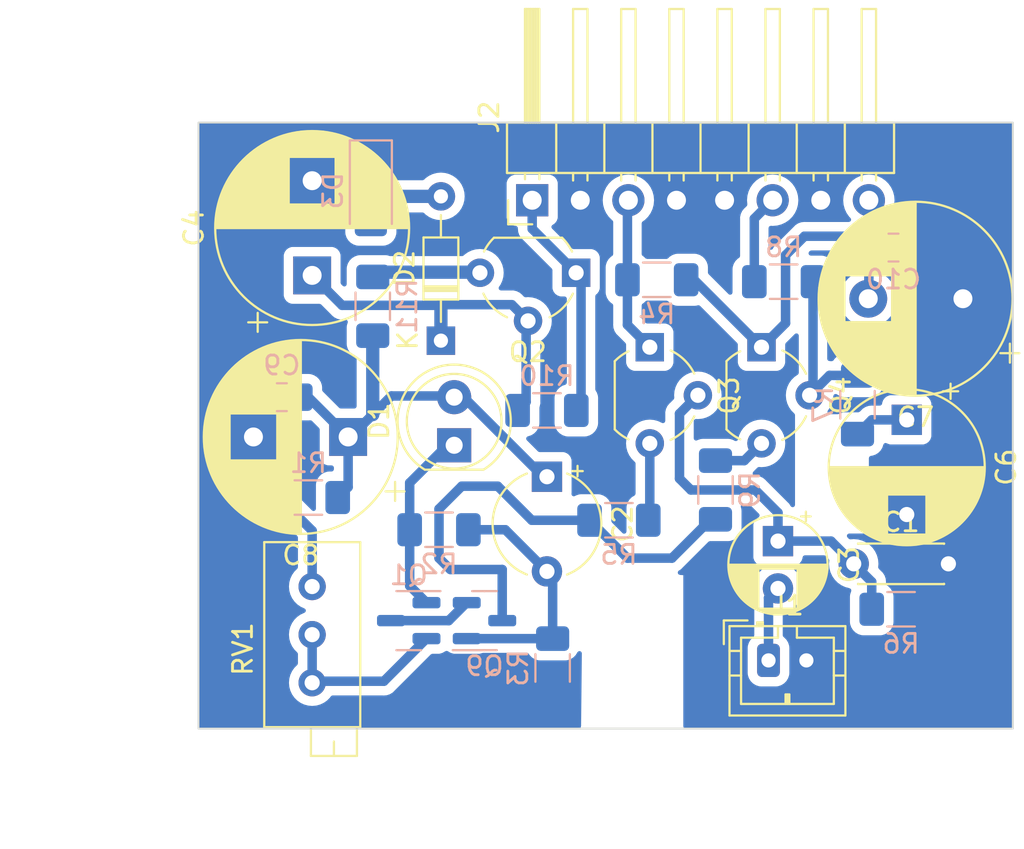
<source format=kicad_pcb>
(kicad_pcb (version 20221018) (generator pcbnew)
  (layers (0 "F.Cu" signal) (31 "B.Cu" signal) (34 "B.Paste" user) (35 "F.Paste" user) (36 "B.SilkS" user "B.Silkscreen") (37 "F.SilkS" user "F.Silkscreen") (38 "B.Mask" user) (39 "F.Mask" user) (44 "Edge.Cuts" user))
  (net 0 "")
  (net 1 "Net-(Q3-B)")
  (net 2 "GND")
  (net 3 "Net-(D1-A)")
  (net 4 "Net-(J1-Pin_1)")
  (net 5 "Net-(J2-Pin_8)")
  (net 6 "Net-(C6-Pad1)")
  (net 7 "Net-(D1-K)")
  (net 8 "Net-(J2-Pin_3)")
  (net 9 "Net-(J2-Pin_6)")
  (net 10 "Net-(Q1-C)")
  (net 11 "Net-(Q1-E)")
  (net 12 "Net-(Q4-B)")
  (net 13 "Net-(Q9-B)")
  (net 14 "Net-(Q2-E)")
  (net 15 "Net-(Q3-E)")
  (net 16 "Net-(D2-K)")
  (net 17 "Net-(J2-Pin_1)")
  (net 18 "Net-(Q4-E)")
  (net 19 "Net-(Q9-C)")
  (net 20 "Net-(R1-Pad2)")
  (net 21 "Net-(D2-A)")
  (footprint "Potentiometer_THT:Potentiometer_Bourns_3296X_Horizontal" (layer "F.Cu") (at 117 93.5 90)
    (fp_text reference "RV1" (at -3.3 -3.66 90) (layer "F.SilkS"))
    (fp_text value "1k")
    (pad "1" thru_hole circle (at 0 0 90) (size 1.44 1.44) (drill 0.8) (layers "*.Cu" "*.Mask") (net 20 "Net-(R1-Pad2)"))
    (pad "2" thru_hole circle (at -2.54 0 90) (size 1.44 1.44) (drill 0.8) (layers "*.Cu" "*.Mask") (net 11 "Net-(Q1-E)"))
    (pad "3" thru_hole circle (at -5.08 0 90) (size 1.44 1.44) (drill 0.8) (layers "*.Cu" "*.Mask") (net 11 "Net-(Q1-E)"))
  )
  (footprint "Connector_PinHeader_2.54mm:PinHeader_1x08_P2.54mm_Horizontal" (layer "F.Cu") (at 128.62 73.1 90)
    (fp_text reference "J2" (at 4.385 -2.27 90) (layer "F.SilkS"))
    (fp_text value "Conn_01x08")
    (pad "1" thru_hole rect (at 0 0 90) (size 1.7 1.7) (drill 1) (layers "*.Cu" "*.Mask") (net 17 "Net-(J2-Pin_1)"))
    (pad "2" thru_hole oval (at 0 2.54 90) (size 1.7 1.7) (drill 1) (layers "*.Cu" "*.Mask") (net 2 "GND"))
    (pad "3" thru_hole oval (at 0 5.08 90) (size 1.7 1.7) (drill 1) (layers "*.Cu" "*.Mask") (net 8 "Net-(J2-Pin_3)"))
    (pad "4" thru_hole oval (at 0 7.62 90) (size 1.7 1.7) (drill 1) (layers "*.Cu" "*.Mask") (net 2 "GND"))
    (pad "5" thru_hole oval (at 0 10.16 90) (size 1.7 1.7) (drill 1) (layers "*.Cu" "*.Mask") (net 2 "GND"))
    (pad "6" thru_hole oval (at 0 12.7 90) (size 1.7 1.7) (drill 1) (layers "*.Cu" "*.Mask") (net 9 "Net-(J2-Pin_6)"))
    (pad "7" thru_hole oval (at 0 15.24 90) (size 1.7 1.7) (drill 1) (layers "*.Cu" "*.Mask") (net 2 "GND"))
    (pad "8" thru_hole oval (at 0 17.78 90) (size 1.7 1.7) (drill 1) (layers "*.Cu" "*.Mask") (net 5 "Net-(J2-Pin_8)"))
  )
  (footprint "Package_TO_SOT_THT:TO-92_Wide" (layer "F.Cu") (at 130.94 76.93 180)
    (fp_text reference "Q2" (at 2.55 -4.19) (layer "F.SilkS"))
    (fp_text value "BC237")
    (pad "1" thru_hole rect (at 0 0 180) (size 1.5 1.5) (drill 0.8) (layers "*.Cu" "*.Mask") (net 17 "Net-(J2-Pin_1)"))
    (pad "2" thru_hole circle (at 2.54 -2.54 180) (size 1.5 1.5) (drill 0.8) (layers "*.Cu" "*.Mask") (net 16 "Net-(D2-K)"))
    (pad "3" thru_hole circle (at 5.08 0 180) (size 1.5 1.5) (drill 0.8) (layers "*.Cu" "*.Mask") (net 14 "Net-(Q2-E)"))
  )
  (footprint "LED_THT:LED_D5.0mm" (layer "F.Cu") (at 124.5 86.04 90)
    (fp_text reference "D1" (at 1.27 -3.96 90) (layer "F.SilkS"))
    (fp_text value "LED_Small")
    (pad "1" thru_hole rect (at 0 0 90) (size 1.8 1.8) (drill 0.9) (layers "*.Cu" "*.Mask") (net 7 "Net-(D1-K)"))
    (pad "2" thru_hole circle (at 2.54 0 90) (size 1.8 1.8) (drill 0.9) (layers "*.Cu" "*.Mask") (net 3 "Net-(D1-A)"))
  )
  (footprint "Capacitor_THT:CP_Radial_D5.0mm_P2.50mm" (layer "F.Cu") (at 141.6 91.1 -90)
    (fp_text reference "C3" (at 1.25 -3.75 90) (layer "F.SilkS"))
    (fp_text value "2u2/16V")
    (pad "1" thru_hole rect (at 0 0 270) (size 1.6 1.6) (drill 0.8) (layers "*.Cu" "*.Mask") (net 1 "Net-(Q3-B)"))
    (pad "2" thru_hole circle (at 2.5 0 270) (size 1.6 1.6) (drill 0.8) (layers "*.Cu" "*.Mask") (net 4 "Net-(J1-Pin_1)"))
  )
  (footprint "Package_TO_SOT_THT:TO-92_Wide" (layer "F.Cu") (at 140.73 80.86 -90)
    (fp_text reference "Q4" (at 2.55 -4.19 90) (layer "F.SilkS"))
    (fp_text value "BC560C")
    (pad "1" thru_hole rect (at 0 0 270) (size 1.5 1.5) (drill 0.8) (layers "*.Cu" "*.Mask") (net 5 "Net-(J2-Pin_8)"))
    (pad "2" thru_hole circle (at 2.54 -2.54 270) (size 1.5 1.5) (drill 0.8) (layers "*.Cu" "*.Mask") (net 12 "Net-(Q4-B)"))
    (pad "3" thru_hole circle (at 5.08 0 270) (size 1.5 1.5) (drill 0.8) (layers "*.Cu" "*.Mask") (net 18 "Net-(Q4-E)"))
  )
  (footprint "Connector_JST:JST_PH_B2B-PH-K_1x02_P2.00mm_Vertical" (layer "F.Cu") (at 141.1 97.4)
    (fp_text reference "J1" (at 1 -2.9) (layer "F.SilkS"))
    (fp_text value "Conn_01x02")
    (pad "1" thru_hole roundrect (at 0 0) (size 1.2 1.75) (drill 0.75) (layers "*.Cu" "*.Mask") (roundrect_rratio 0.208333) (net 4 "Net-(J1-Pin_1)"))
    (pad "2" thru_hole oval (at 2 0) (size 1.2 1.75) (drill 0.75) (layers "*.Cu" "*.Mask") (net 2 "GND"))
  )
  (footprint "Capacitor_THT:CP_Radial_D10.0mm_P5.00mm" (layer "F.Cu") (at 118.9 85.6 180)
    (fp_text reference "C8" (at 2.5 -6.25 180) (layer "F.SilkS"))
    (fp_text value "220u/35V")
    (pad "1" thru_hole rect (at 0 0 180) (size 2 2) (drill 1) (layers "*.Cu" "*.Mask") (net 3 "Net-(D1-A)"))
    (pad "2" thru_hole circle (at 5 0 180) (size 2 2) (drill 1) (layers "*.Cu" "*.Mask") (net 2 "GND"))
  )
  (footprint "Capacitor_THT:CP_Radial_D10.0mm_P5.00mm" (layer "F.Cu") (at 117 77.067677 90)
    (fp_text reference "C4" (at 2.5 -6.25 90) (layer "F.SilkS"))
    (fp_text value "220u/35V")
    (pad "1" thru_hole rect (at 0 0 90) (size 2 2) (drill 1) (layers "*.Cu" "*.Mask") (net 16 "Net-(D2-K)"))
    (pad "2" thru_hole circle (at 5 0 90) (size 2 2) (drill 1) (layers "*.Cu" "*.Mask") (net 2 "GND"))
  )
  (footprint "Package_TO_SOT_THT:TO-92_Wide" (layer "F.Cu") (at 134.83 80.86 -90)
    (fp_text reference "Q3" (at 2.55 -4.19 90) (layer "F.SilkS"))
    (fp_text value "BC560C")
    (pad "1" thru_hole rect (at 0 0 270) (size 1.5 1.5) (drill 0.8) (layers "*.Cu" "*.Mask") (net 8 "Net-(J2-Pin_3)"))
    (pad "2" thru_hole circle (at 2.54 -2.54 270) (size 1.5 1.5) (drill 0.8) (layers "*.Cu" "*.Mask") (net 1 "Net-(Q3-B)"))
    (pad "3" thru_hole circle (at 5.08 0 270) (size 1.5 1.5) (drill 0.8) (layers "*.Cu" "*.Mask") (net 15 "Net-(Q3-E)"))
  )
  (footprint "Diode_THT:D_DO-34_SOD68_P7.62mm_Horizontal" (layer "F.Cu") (at 123.8 80.515 90)
    (fp_text reference "D2" (at 3.81 -1.92 90) (layer "F.SilkS"))
    (fp_text value "24V")
    (fp_text user "K" (at 0 -1.75 90) (layer "F.SilkS"))
    (pad "1" thru_hole rect (at 0 0 90) (size 1.5 1.5) (drill 0.75) (layers "*.Cu" "*.Mask") (net 16 "Net-(D2-K)"))
    (pad "2" thru_hole oval (at 7.62 0 90) (size 1.5 1.5) (drill 0.75) (layers "*.Cu" "*.Mask") (net 21 "Net-(D2-A)"))
  )
  (footprint "Capacitor_THT:CP_Radial_D8.0mm_P5.00mm" (layer "F.Cu") (at 148.4 84.697349 -90)
    (fp_text reference "C6" (at 2.5 -5.25 -90) (layer "F.SilkS"))
    (fp_text value "47u/25V")
    (pad "1" thru_hole rect (at 0 0 270) (size 1.6 1.6) (drill 0.8) (layers "*.Cu" "*.Mask") (net 6 "Net-(C6-Pad1)"))
    (pad "2" thru_hole circle (at 5 0 270) (size 1.6 1.6) (drill 0.8) (layers "*.Cu" "*.Mask") (net 2 "GND"))
  )
  (footprint "Capacitor_THT:CP_Radial_D10.0mm_P5.00mm" (layer "F.Cu") (at 151.367677 78.3 180)
    (fp_text reference "C7" (at 2.5 -6.25 180) (layer "F.SilkS"))
    (fp_text value "220u/35V")
    (pad "1" thru_hole rect (at 0 0 180) (size 2 2) (drill 1) (layers "*.Cu" "*.Mask") (net 2 "GND"))
    (pad "2" thru_hole circle (at 5 0 180) (size 2 2) (drill 1) (layers "*.Cu" "*.Mask") (net 5 "Net-(J2-Pin_8)"))
  )
  (footprint "Capacitor_THT:CP_Radial_Tantal_D5.5mm_P5.00mm" (layer "F.Cu") (at 129.4 87.7 -90)
    (fp_text reference "C2" (at 2.5 -4 90) (layer "F.SilkS"))
    (fp_text value "33u/25V")
    (pad "1" thru_hole rect (at 0 0 270) (size 1.6 1.6) (drill 0.8) (layers "*.Cu" "*.Mask") (net 3 "Net-(D1-A)"))
    (pad "2" thru_hole circle (at 5 0 270) (size 1.6 1.6) (drill 0.8) (layers "*.Cu" "*.Mask") (net 13 "Net-(Q9-B)"))
  )
  (footprint "Capacitor_THT:C_Disc_D4.3mm_W1.9mm_P5.00mm" (layer "F.Cu") (at 145.6 92.3)
    (fp_text reference "C1" (at 2.5 -2.2) (layer "F.SilkS"))
    (fp_text value "330p")
    (pad "1" thru_hole circle (at 0 0) (size 1.6 1.6) (drill 0.8) (layers "*.Cu" "*.Mask") (net 1 "Net-(Q3-B)"))
    (pad "2" thru_hole circle (at 5 0) (size 1.6 1.6) (drill 0.8) (layers "*.Cu" "*.Mask") (net 2 "GND"))
  )
  (footprint "Resistor_SMD:R_1206_3216Metric_Pad1.30x1.75mm_HandSolder" (layer "B.Cu") (at 148.1 94.7)
    (fp_text reference "R6" (at 0 1.82) (layer "B.SilkS") (effects (justify mirror)))
    (fp_text value "68k")
    (pad "1" smd roundrect (at -1.55 0) (size 1.3 1.75) (layers "B.Cu" "B.Paste" "B.Mask") (roundrect_rratio 0.192308) (net 1 "Net-(Q3-B)"))
    (pad "2" smd roundrect (at 1.55 0) (size 1.3 1.75) (layers "B.Cu" "B.Paste" "B.Mask") (roundrect_rratio 0.192308) (net 2 "GND"))
  )
  (footprint "Resistor_SMD:R_1206_3216Metric_Pad1.30x1.75mm_HandSolder" (layer "B.Cu") (at 138.3 88.4 90)
    (fp_text reference "R9" (at 0 1.82 90) (layer "B.SilkS") (effects (justify mirror)))
    (fp_text value "220")
    (pad "1" smd roundrect (at -1.55 0 90) (size 1.3 1.75) (layers "B.Cu" "B.Paste" "B.Mask") (roundrect_rratio 0.192308) (net 19 "Net-(Q9-C)"))
    (pad "2" smd roundrect (at 1.55 0 90) (size 1.3 1.75) (layers "B.Cu" "B.Paste" "B.Mask") (roundrect_rratio 0.192308) (net 18 "Net-(Q4-E)"))
  )
  (footprint "Resistor_SMD:R_1206_3216Metric_Pad1.30x1.75mm_HandSolder" (layer "B.Cu") (at 129.4 84.2 180)
    (fp_text reference "R10" (at 0 1.82) (layer "B.SilkS") (effects (justify mirror)))
    (fp_text value "620")
    (pad "1" smd roundrect (at -1.55 0 180) (size 1.3 1.75) (layers "B.Cu" "B.Paste" "B.Mask") (roundrect_rratio 0.192308) (net 17 "Net-(J2-Pin_1)"))
    (pad "2" smd roundrect (at 1.55 0 180) (size 1.3 1.75) (layers "B.Cu" "B.Paste" "B.Mask") (roundrect_rratio 0.192308) (net 16 "Net-(D2-K)"))
  )
  (footprint "Capacitor_SMD:C_0805_2012Metric_Pad1.18x1.45mm_HandSolder" (layer "B.Cu") (at 147.7 75.6)
    (fp_text reference "C10" (at 0 1.68) (layer "B.SilkS") (effects (justify mirror)))
    (fp_text value "100n")
    (pad "1" smd roundrect (at -1.0375 0) (size 1.175 1.45) (layers "B.Cu" "B.Paste" "B.Mask") (roundrect_rratio 0.212766) (net 5 "Net-(J2-Pin_8)"))
    (pad "2" smd roundrect (at 1.0375 0) (size 1.175 1.45) (layers "B.Cu" "B.Paste" "B.Mask") (roundrect_rratio 0.212766) (net 2 "GND"))
  )
  (footprint "Resistor_SMD:R_1206_3216Metric_Pad1.30x1.75mm_HandSolder" (layer "B.Cu") (at 120.2 78.7 90)
    (fp_text reference "R11" (at 0 1.82 90) (layer "B.SilkS") (effects (justify mirror)))
    (fp_text value "10")
    (pad "1" smd roundrect (at -1.55 0 90) (size 1.3 1.75) (layers "B.Cu" "B.Paste" "B.Mask") (roundrect_rratio 0.192308) (net 3 "Net-(D1-A)"))
    (pad "2" smd roundrect (at 1.55 0 90) (size 1.3 1.75) (layers "B.Cu" "B.Paste" "B.Mask") (roundrect_rratio 0.192308) (net 14 "Net-(Q2-E)"))
  )
  (footprint "Capacitor_SMD:C_0805_2012Metric_Pad1.18x1.45mm_HandSolder" (layer "B.Cu") (at 115.4 83.5 180)
    (fp_text reference "C9" (at 0 1.68) (layer "B.SilkS") (effects (justify mirror)))
    (fp_text value "100n")
    (pad "1" smd roundrect (at -1.0375 0 180) (size 1.175 1.45) (layers "B.Cu" "B.Paste" "B.Mask") (roundrect_rratio 0.212766) (net 3 "Net-(D1-A)"))
    (pad "2" smd roundrect (at 1.0375 0 180) (size 1.175 1.45) (layers "B.Cu" "B.Paste" "B.Mask") (roundrect_rratio 0.212766) (net 2 "GND"))
  )
  (footprint "Package_TO_SOT_SMD:SOT-23" (layer "B.Cu") (at 126.1 95.3)
    (fp_text reference "Q9" (at 0 2.4) (layer "B.SilkS") (effects (justify mirror)))
    (fp_text value "BC858")
    (pad "1" smd roundrect (at -0.9375 0.95) (size 1.475 0.6) (layers "B.Cu" "B.Paste" "B.Mask") (net 13 "Net-(Q9-B)"))
    (pad "2" smd roundrect (at -0.9375 -0.95) (size 1.475 0.6) (layers "B.Cu" "B.Paste" "B.Mask") (net 10 "Net-(Q1-C)"))
    (pad "3" smd roundrect (at 0.9375 0) (size 1.475 0.6) (layers "B.Cu" "B.Paste" "B.Mask") (net 19 "Net-(Q9-C)"))
  )
  (footprint "Resistor_SMD:R_1206_3216Metric_Pad1.30x1.75mm_HandSolder" (layer "B.Cu") (at 133.2 90)
    (fp_text reference "R5" (at 0 1.82) (layer "B.SilkS") (effects (justify mirror)))
    (fp_text value "220")
    (pad "1" smd roundrect (at -1.55 0) (size 1.3 1.75) (layers "B.Cu" "B.Paste" "B.Mask") (roundrect_rratio 0.192308) (net 19 "Net-(Q9-C)"))
    (pad "2" smd roundrect (at 1.55 0) (size 1.3 1.75) (layers "B.Cu" "B.Paste" "B.Mask") (roundrect_rratio 0.192308) (net 15 "Net-(Q3-E)"))
  )
  (footprint "Resistor_SMD:R_1206_3216Metric_Pad1.30x1.75mm_HandSolder" (layer "B.Cu") (at 123.7 90.5)
    (fp_text reference "R2" (at 0 1.82) (layer "B.SilkS") (effects (justify mirror)))
    (fp_text value "470")
    (pad "1" smd roundrect (at -1.55 0) (size 1.3 1.75) (layers "B.Cu" "B.Paste" "B.Mask") (roundrect_rratio 0.192308) (net 7 "Net-(D1-K)"))
    (pad "2" smd roundrect (at 1.55 0) (size 1.3 1.75) (layers "B.Cu" "B.Paste" "B.Mask") (roundrect_rratio 0.192308) (net 13 "Net-(Q9-B)"))
  )
  (footprint "Resistor_SMD:R_1206_3216Metric_Pad1.30x1.75mm_HandSolder" (layer "B.Cu") (at 129.7 97.8 -90)
    (fp_text reference "R3" (at 0 1.82 90) (layer "B.SilkS") (effects (justify mirror)))
    (fp_text value "10k")
    (pad "1" smd roundrect (at -1.55 0 270) (size 1.3 1.75) (layers "B.Cu" "B.Paste" "B.Mask") (roundrect_rratio 0.192308) (net 13 "Net-(Q9-B)"))
    (pad "2" smd roundrect (at 1.55 0 270) (size 1.3 1.75) (layers "B.Cu" "B.Paste" "B.Mask") (roundrect_rratio 0.192308) (net 2 "GND"))
  )
  (footprint "Diode_SMD:D_MiniMELF" (layer "B.Cu") (at 120.1 72.6 -90)
    (fp_text reference "D3" (at 0 2 90) (layer "B.SilkS") (effects (justify mirror)))
    (fp_text value "1N4148")
    (pad "1" smd roundrect (at -1.75 0 270) (size 1.3 1.7) (layers "B.Cu" "B.Paste" "B.Mask") (roundrect_rratio 0.1923076923) (net 2 "GND"))
    (pad "2" smd roundrect (at 1.75 0 270) (size 1.3 1.7) (layers "B.Cu" "B.Paste" "B.Mask") (roundrect_rratio 0.1923076923) (net 21 "Net-(D2-A)"))
  )
  (footprint "Resistor_SMD:R_1206_3216Metric_Pad1.30x1.75mm_HandSolder" (layer "B.Cu") (at 145.8 83.9 -90)
    (fp_text reference "R7" (at 0 1.82 90) (layer "B.SilkS") (effects (justify mirror)))
    (fp_text value "1k")
    (pad "1" smd roundrect (at -1.55 0 270) (size 1.3 1.75) (layers "B.Cu" "B.Paste" "B.Mask") (roundrect_rratio 0.192308) (net 12 "Net-(Q4-B)"))
    (pad "2" smd roundrect (at 1.55 0 270) (size 1.3 1.75) (layers "B.Cu" "B.Paste" "B.Mask") (roundrect_rratio 0.192308) (net 6 "Net-(C6-Pad1)"))
  )
  (footprint "Resistor_SMD:R_1206_3216Metric_Pad1.30x1.75mm_HandSolder" (layer "B.Cu") (at 141.9 77.4 180)
    (fp_text reference "R8" (at 0 1.82) (layer "B.SilkS") (effects (justify mirror)))
    (fp_text value "68k")
    (pad "1" smd roundrect (at -1.55 0 180) (size 1.3 1.75) (layers "B.Cu" "B.Paste" "B.Mask") (roundrect_rratio 0.192308) (net 12 "Net-(Q4-B)"))
    (pad "2" smd roundrect (at 1.55 0 180) (size 1.3 1.75) (layers "B.Cu" "B.Paste" "B.Mask") (roundrect_rratio 0.192308) (net 9 "Net-(J2-Pin_6)"))
  )
  (footprint "Resistor_SMD:R_1206_3216Metric_Pad1.30x1.75mm_HandSolder" (layer "B.Cu") (at 135.2 77.3)
    (fp_text reference "R4" (at 0 1.82) (layer "B.SilkS") (effects (justify mirror)))
    (fp_text value "620")
    (pad "1" smd roundrect (at -1.55 0) (size 1.3 1.75) (layers "B.Cu" "B.Paste" "B.Mask") (roundrect_rratio 0.192308) (net 8 "Net-(J2-Pin_3)"))
    (pad "2" smd roundrect (at 1.55 0) (size 1.3 1.75) (layers "B.Cu" "B.Paste" "B.Mask") (roundrect_rratio 0.192308) (net 5 "Net-(J2-Pin_8)"))
  )
  (footprint "Resistor_SMD:R_1206_3216Metric_Pad1.30x1.75mm_HandSolder" (layer "B.Cu") (at 116.8 88.8 180)
    (fp_text reference "R1" (at 0 1.82) (layer "B.SilkS") (effects (justify mirror)))
    (fp_text value "510")
    (pad "1" smd roundrect (at -1.55 0 180) (size 1.3 1.75) (layers "B.Cu" "B.Paste" "B.Mask") (roundrect_rratio 0.192308) (net 3 "Net-(D1-A)"))
    (pad "2" smd roundrect (at 1.55 0 180) (size 1.3 1.75) (layers "B.Cu" "B.Paste" "B.Mask") (roundrect_rratio 0.192308) (net 20 "Net-(R1-Pad2)"))
  )
  (footprint "Package_TO_SOT_SMD:SOT-23" (layer "B.Cu") (at 122.1 95.3 180)
    (fp_text reference "Q1" (at 0 2.4) (layer "B.SilkS") (effects (justify mirror)))
    (fp_text value "BC858")
    (pad "1" smd roundrect (at -0.9375 0.95 180) (size 1.475 0.6) (layers "B.Cu" "B.Paste" "B.Mask") (net 7 "Net-(D1-K)"))
    (pad "2" smd roundrect (at -0.9375 -0.95 180) (size 1.475 0.6) (layers "B.Cu" "B.Paste" "B.Mask") (net 11 "Net-(Q1-E)"))
    (pad "3" smd roundrect (at 0.9375 0 180) (size 1.475 0.6) (layers "B.Cu" "B.Paste" "B.Mask") (net 10 "Net-(Q1-C)"))
  )
  (gr_rect (start 111 69) (end 154 101) (stroke (width 0.1)) (fill none) (layer "Edge.Cuts"))
  (segment (start 136.4 87.8) (end 137 88.4) (width 0.5) (layer "B.Cu") (net 1))
  (segment (start 136.4 84.37) (end 136.4 87.8) (width 0.5) (layer "B.Cu") (net 1))
  (segment (start 146.55 94.7) (end 146.55 93.25) (width 0.5) (layer "B.Cu") (net 1))
  (segment (start 137.37 83.4) (end 136.4 84.37) (width 0.5) (layer "B.Cu") (net 1))
  (segment (start 141.6 89.6) (end 141.6 91.1) (width 0.5) (layer "B.Cu") (net 1))
  (segment (start 137 88.4) (end 140.4 88.4) (width 0.5) (layer "B.Cu") (net 1))
  (segment (start 140.4 88.4) (end 141.6 89.6) (width 0.5) (layer "B.Cu") (net 1))
  (segment (start 146.55 93.25) (end 144.4 91.1) (width 0.5) (layer "B.Cu") (net 1))
  (segment (start 144.4 91.1) (end 141.6 91.1) (width 0.5) (layer "B.Cu") (net 1))
  (segment (start 118.9 88.25) (end 118.35 88.8) (width 0.5) (layer "B.Cu") (net 3))
  (segment (start 118.9 85.6) (end 119.020139 85.6) (width 0.5) (layer "B.Cu") (net 3))
  (segment (start 119.020139 85.6) (end 121.185139 83.435) (width 0.5) (layer "B.Cu") (net 3))
  (segment (start 121.185139 83.435) (end 124.935 83.435) (width 0.5) (layer "B.Cu") (net 3))
  (segment (start 129.2 87.7) (end 129.4 87.7) (width 0.5) (layer "B.Cu") (net 3))
  (segment (start 120.2 84.420138) (end 118.720138 85.9) (width 0.5) (layer "B.Cu") (net 3))
  (segment (start 118.9 85.6) (end 116.8 83.5) (width 0.5) (layer "B.Cu") (net 3))
  (segment (start 124.935 83.435) (end 129.2 87.7) (width 0.5) (layer "B.Cu") (net 3))
  (segment (start 116.8 83.5) (end 116.4375 83.5) (width 0.5) (layer "B.Cu") (net 3))
  (segment (start 118.9 85.6) (end 118.9 88.25) (width 0.5) (layer "B.Cu") (net 3))
  (segment (start 120.2 80.35) (end 120.2 84.420138) (width 0.7) (layer "B.Cu") (net 3))
  (segment (start 141.1 97.4) (end 141.1 94.1) (width 0.5) (layer "B.Cu") (net 4))
  (segment (start 141.1 94.1) (end 141.6 93.6) (width 0.5) (layer "B.Cu") (net 4))
  (segment (start 142 76) (end 142 79.59) (width 0.5) (layer "B.Cu") (net 5))
  (segment (start 143 75) (end 142 76) (width 0.5) (layer "B.Cu") (net 5))
  (segment (start 146.4 73.1) (end 146.4 75) (width 0.5) (layer "B.Cu") (net 5))
  (segment (start 142 79.59) (end 140.73 80.86) (width 0.5) (layer "B.Cu") (net 5))
  (segment (start 137.17 77.3) (end 140.73 80.86) (width 0.5) (layer "B.Cu") (net 5))
  (segment (start 136.75 77.3) (end 137.17 77.3) (width 0.5) (layer "B.Cu") (net 5))
  (segment (start 146.4 75) (end 143 75) (width 0.5) (layer "B.Cu") (net 5))
  (segment (start 146.4 75) (end 146.4 78.267677) (width 0.5) (layer "B.Cu") (net 5))
  (segment (start 145.8 85.45) (end 146.552651 84.697349) (width 0.5) (layer "B.Cu") (net 6))
  (segment (start 146.552651 84.697349) (end 148.4 84.697349) (width 0.5) (layer "B.Cu") (net 6))
  (segment (start 122.15 90.5) (end 122.15 93.4625) (width 0.5) (layer "B.Cu") (net 7))
  (segment (start 122.15 88.025) (end 124.2 85.975) (width 0.5) (layer "B.Cu") (net 7))
  (segment (start 122.15 93.4625) (end 123.0375 94.35) (width 0.5) (layer "B.Cu") (net 7))
  (segment (start 122.15 90.5) (end 122.15 88.025) (width 0.5) (layer "B.Cu") (net 7))
  (segment (start 133.65 77.3) (end 133.65 73.15) (width 0.5) (layer "B.Cu") (net 8))
  (segment (start 133.65 79.68) (end 134.83 80.86) (width 0.5) (layer "B.Cu") (net 8))
  (segment (start 133.65 77.3) (end 133.65 79.68) (width 0.5) (layer "B.Cu") (net 8))
  (segment (start 133.65 73.15) (end 133.7 73.1) (width 0.5) (layer "B.Cu") (net 8))
  (segment (start 140.35 77.4) (end 140.35 74.07) (width 0.5) (layer "B.Cu") (net 9))
  (segment (start 140.35 74.07) (end 141.32 73.1) (width 0.5) (layer "B.Cu") (net 9))
  (segment (start 124.2125 95.3) (end 125.1625 94.35) (width 0.5) (layer "B.Cu") (net 10))
  (segment (start 121.1625 95.3) (end 124.2125 95.3) (width 0.5) (layer "B.Cu") (net 10))
  (segment (start 120.7875 98.5) (end 123.0375 96.25) (width 0.5) (layer "B.Cu") (net 11))
  (segment (start 117 98.58) (end 117.08 98.5) (width 0.5) (layer "B.Cu") (net 11))
  (segment (start 117 96.2) (end 117 98.58) (width 0.5) (layer "B.Cu") (net 11))
  (segment (start 117.08 98.5) (end 120.7875 98.5) (width 0.5) (layer "B.Cu") (net 11))
  (segment (start 145.8 82.35) (end 144.32 82.35) (width 0.5) (layer "B.Cu") (net 12))
  (segment (start 143.45 83.22) (end 143.27 83.4) (width 0.5) (layer "B.Cu") (net 12))
  (segment (start 144.32 82.35) (end 143.27 83.4) (width 0.5) (layer "B.Cu") (net 12))
  (segment (start 143.45 77.4) (end 143.45 83.22) (width 0.5) (layer "B.Cu") (net 12))
  (segment (start 143.27 83.4) (end 143.27 83.72) (width 0.5) (layer "B.Cu") (net 12))
  (segment (start 129.7 96.25) (end 129.7 93) (width 0.5) (layer "B.Cu") (net 13))
  (segment (start 127.2 90.5) (end 129.4 92.7) (width 0.5) (layer "B.Cu") (net 13))
  (segment (start 125.25 90.5) (end 127.2 90.5) (width 0.5) (layer "B.Cu") (net 13))
  (segment (start 129.7 93) (end 129.4 92.7) (width 0.5) (layer "B.Cu") (net 13))
  (segment (start 125.1625 96.25) (end 129.7 96.25) (width 0.5) (layer "B.Cu") (net 13))
  (segment (start 120.55 76.9) (end 120.2 77.25) (width 0.5) (layer "B.Cu") (net 14))
  (segment (start 125.86 76.93) (end 125.83 76.9) (width 0.5) (layer "B.Cu") (net 14))
  (segment (start 125.83 76.9) (end 120.55 76.9) (width 0.7) (layer "B.Cu") (net 14))
  (segment (start 134.75 90) (end 134.83 89.92) (width 0.5) (layer "B.Cu") (net 15))
  (segment (start 134.83 89.92) (end 134.83 85.94) (width 0.5) (layer "B.Cu") (net 15))
  (segment (start 123.8 78.615) (end 127.545 78.615) (width 0.5) (layer "B.Cu") (net 16))
  (segment (start 123.8 78.685) (end 123.765 78.65) (width 0.5) (layer "B.Cu") (net 16))
  (segment (start 117 77.067677) (end 118.582323 78.65) (width 0.5) (layer "B.Cu") (net 16))
  (segment (start 127.545 78.615) (end 128.4 79.47) (width 0.5) (layer "B.Cu") (net 16))
  (segment (start 118.582323 78.65) (end 123.765 78.65) (width 0.5) (layer "B.Cu") (net 16))
  (segment (start 128.4 79.47) (end 128.3 79.57) (width 0.5) (layer "B.Cu") (net 16))
  (segment (start 128.3 79.57) (end 128.3 83.75) (width 0.5) (layer "B.Cu") (net 16))
  (segment (start 128.3 83.75) (end 127.75 84.3) (width 0.5) (layer "B.Cu") (net 16))
  (segment (start 123.8 80.215) (end 123.8 78.685) (width 0.7) (layer "B.Cu") (net 16))
  (segment (start 123.765 78.65) (end 123.8 78.615) (width 0.5) (layer "B.Cu") (net 16))
  (segment (start 130.85 84.3) (end 131.2 83.95) (width 0.5) (layer "B.Cu") (net 17))
  (segment (start 131.2 83.95) (end 131.2 77.19) (width 0.5) (layer "B.Cu") (net 17))
  (segment (start 128.62 74.61) (end 128.62 73.1) (width 0.5) (layer "B.Cu") (net 17))
  (segment (start 131.2 77.19) (end 128.62 74.61) (width 0.5) (layer "B.Cu") (net 17))
  (segment (start 138.3 86.85) (end 139.82 86.85) (width 0.5) (layer "B.Cu") (net 18))
  (segment (start 139.82 86.85) (end 140.73 85.94) (width 0.5) (layer "B.Cu") (net 18))
  (segment (start 123.7 92) (end 123.7 89.4) (width 0.5) (layer "B.Cu") (net 19))
  (segment (start 124.9 88.2) (end 126.8 88.2) (width 0.5) (layer "B.Cu") (net 19))
  (segment (start 126.8 88.2) (end 128.6 90) (width 0.5) (layer "B.Cu") (net 19))
  (segment (start 127.0375 92.6) (end 124.3 92.6) (width 0.5) (layer "B.Cu") (net 19))
  (segment (start 127.0375 95.3) (end 127.0375 92.6) (width 0.5) (layer "B.Cu") (net 19))
  (segment (start 128.6 90) (end 131.65 90) (width 0.5) (layer "B.Cu") (net 19))
  (segment (start 123.7 89.4) (end 124.9 88.2) (width 0.5) (layer "B.Cu") (net 19))
  (segment (start 124.3 92.6) (end 123.7 92) (width 0.5) (layer "B.Cu") (net 19))
  (segment (start 131.55 89.9) (end 133.65 92) (width 0.5) (layer "B.Cu") (net 19))
  (segment (start 133.65 92) (end 136 92) (width 0.5) (layer "B.Cu") (net 19))
  (segment (start 136 92) (end 138.05 89.95) (width 0.5) (layer "B.Cu") (net 19))
  (segment (start 138.05 89.95) (end 138.3 89.95) (width 0.5) (layer "B.Cu") (net 19))
  (segment (start 117 93.66) (end 117 90.55) (width 0.5) (layer "B.Cu") (net 20))
  (segment (start 117 90.55) (end 115.25 88.8) (width 0.5) (layer "B.Cu") (net 20))
  (segment (start 121.555 72.895) (end 123.8 72.895) (width 0.7) (layer "B.Cu") (net 21))
  (segment (start 120.1 74.35) (end 121.555 72.895) (width 0.7) (layer "B.Cu") (net 21))
  (segment (start 120.5 74.35) (end 120.1 74.35) (width 0.5) (layer "B.Cu") (net 21))
  (zone (net 0) (net_name "") (layer "B.Cu") (connect_pads yes (clearance 0)) (min_thickness 0.25)
    (keepout (tracks not_allowed) (vias not_allowed) (pads not_allowed) (copperpour not_allowed) (footprints allowed))
    (fill (thermal_gap 0.5) (thermal_bridge_width 0.5))
    (polygon (pts (xy 134.5 76.2) (xy 135.9 76.2) (xy 135.9 78.4) (xy 134.5 78.4)))
  )
  (zone (net 0) (net_name "") (layer "B.Cu") (connect_pads yes (clearance 0)) (min_thickness 0.25)
    (keepout (tracks allowed) (vias allowed) (pads allowed) (copperpour not_allowed) (footprints allowed))
    (fill (thermal_gap 0.5) (thermal_bridge_width 0.5))
    (polygon (pts (xy 142.5 84.4) (xy 146.4 84.4) (xy 146.4 90.7) (xy 142.7 90.7) (xy 142.5 90)))
  )
  (zone (net 0) (net_name "") (layer "B.Cu") (connect_pads yes (clearance 0)) (min_thickness 0.25)
    (keepout (tracks not_allowed) (vias not_allowed) (pads not_allowed) (copperpour not_allowed) (footprints allowed))
    (fill (thermal_gap 0.5) (thermal_bridge_width 0.5))
    (polygon (pts (xy 131.3 91.4) (xy 133.8 92.7) (xy 136.6 92.9) (xy 136.6 101.1) (xy 131.2 101.1)))
  )
  (zone (net 2) (net_name "GND") (layer "B.Cu") (connect_pads yes (clearance 0.5)) (min_thickness 0.25) (fill yes (thermal_gap 0.5) (thermal_bridge_width 0.5) (smoothing chamfer))
    (polygon (pts (xy 110.1 68.1) (xy 154.6 68.1) (xy 154.6 102.1) (xy 110 102.1)))
  )
)
</source>
